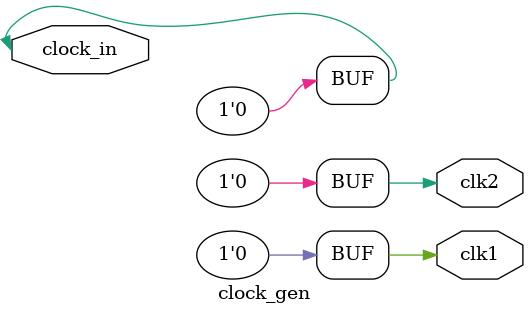
<source format=v>
module clock_gen(clock_in,clk1,clk2);
  input clock_in;
  output reg clk2;
  output reg clk1;
  
 initial begin
 clk1<=0;
 clk2<=0;
  end
  assign clk1=clock_in;
  always @(clock_in)begin
  clk2=#2.5 clock_in;
  end
  endmodule

</source>
